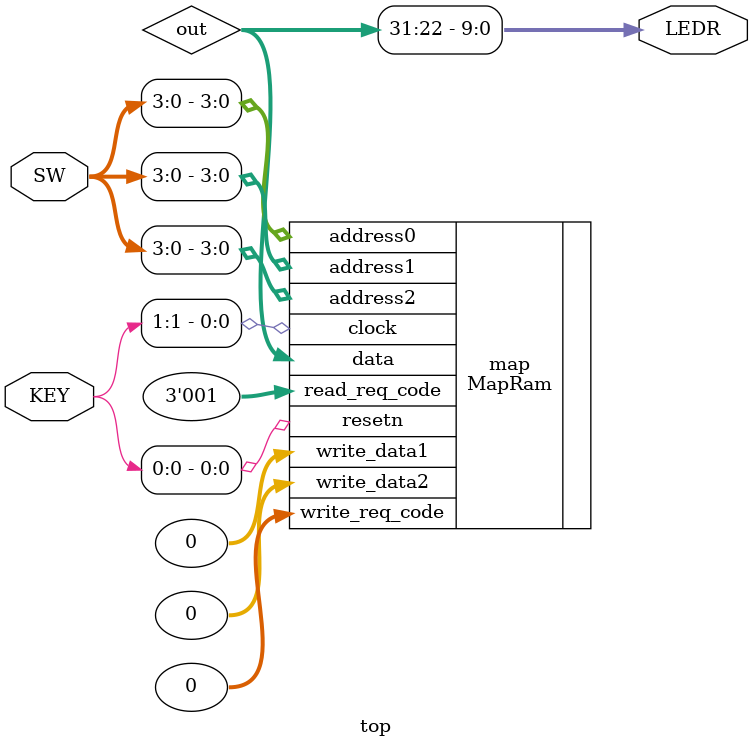
<source format=v>
module top(
    input [9:0] SW,
    input [3:0] KEY,
    output [9:0] LEDR
    // input CLOCK_50
);
    wire [31:0] out;
    MapRam map(
        .clock(KEY[1]),
        .resetn(KEY[0]),
        .read_req_code(3'b1),
        .write_req_code(0),
        .address0(SW[3:0]),
        .address1(SW[3:0]),
        .address2(SW[3:0]),
        .write_data1(0),
        .write_data2(0),
        .data(out)
    );
    assign LEDR[9:0] = out[31:22];
endmodule // Top
</source>
